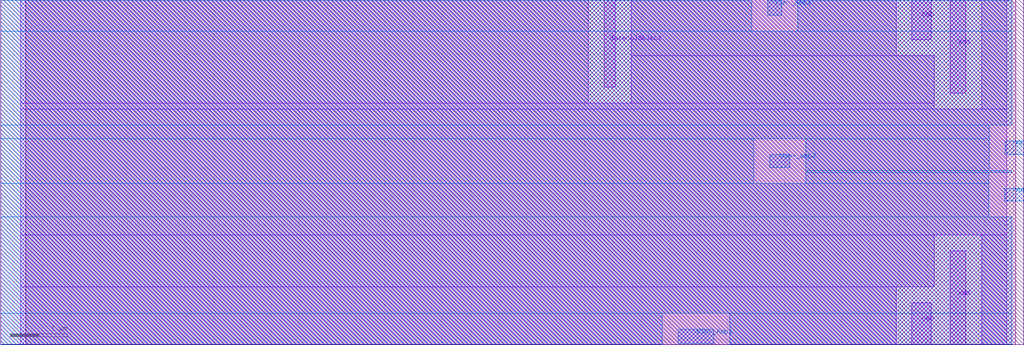
<source format=lef>
VERSION 5.7 ;
  NOWIREEXTENSIONATPIN ON ;
  DIVIDERCHAR "/" ;
  BUSBITCHARS "[]" ;
UNITS
  DATABASE MICRONS 200 ;
END UNITS

LAYER via2
  TYPE CUT ;
END via2

LAYER via
  TYPE CUT ;
END via

LAYER nwell
  TYPE MASTERSLICE ;
END nwell

LAYER via3
  TYPE CUT ;
END via3

LAYER pwell
  TYPE MASTERSLICE ;
END pwell

LAYER via4
  TYPE CUT ;
END via4

LAYER mcon
  TYPE CUT ;
END mcon

LAYER met6
  TYPE ROUTING ;
  WIDTH 0.030000 ;
  SPACING 0.040000 ;
  DIRECTION HORIZONTAL ;
END met6

LAYER met1
  TYPE ROUTING ;
  WIDTH 0.140000 ;
  SPACING 0.140000 ;
  DIRECTION HORIZONTAL ;
END met1

LAYER met3
  TYPE ROUTING ;
  WIDTH 0.300000 ;
  SPACING 0.300000 ;
  DIRECTION HORIZONTAL ;
END met3

LAYER met2
  TYPE ROUTING ;
  WIDTH 0.140000 ;
  SPACING 0.140000 ;
  DIRECTION HORIZONTAL ;
END met2

LAYER met4
  TYPE ROUTING ;
  WIDTH 0.300000 ;
  SPACING 0.300000 ;
  DIRECTION HORIZONTAL ;
END met4

LAYER met5
  TYPE ROUTING ;
  WIDTH 1.600000 ;
  SPACING 1.600000 ;
  DIRECTION HORIZONTAL ;
END met5

LAYER li1
  TYPE ROUTING ;
  WIDTH 0.170000 ;
  SPACING 0.170000 ;
  DIRECTION HORIZONTAL ;
END li1

MACRO sky130_hilas_TA2Cell_NoFG
  CLASS BLOCK ;
  FOREIGN sky130_hilas_TA2Cell_NoFG ;
  ORIGIN 14.730 -1.400 ;
  SIZE 17.920 BY 6.050 ;
  PIN GateColSelect
    PORT
      LAYER met1 ;
        RECT -4.160 5.920 -3.970 7.450 ;
    END
  END GateColSelect
  PIN Vin-_Amp1
    USE ANALOG ;
    PORT
      LAYER met2 ;
        RECT -2.860 1.420 -2.240 1.670 ;
    END
  END Vin-_Amp1
  PIN Vin+_amp2
    PORT
      LAYER met2 ;
        RECT -1.260 4.510 -0.910 4.740 ;
    END
  END Vin+_amp2
  PIN Vin-_Amp2
    PORT
      LAYER met2 ;
        RECT -1.300 7.180 -1.050 7.440 ;
    END
  END Vin-_Amp2
  PIN Vout_Amp1
    PORT
      LAYER met2 ;
        RECT 2.850 3.920 3.190 4.140 ;
    END
  END Vout_Amp1
  PIN Vout_Amp2
    PORT
      LAYER met2 ;
        RECT 2.860 4.740 3.190 4.970 ;
    END
  END Vout_Amp2
  PIN GND
    USE GROUND ;
    PORT
      LAYER met1 ;
        RECT 1.230 1.400 1.570 2.140 ;
    END
    PORT
      LAYER met1 ;
        RECT 1.230 6.750 1.570 7.450 ;
    END
  END GND
  PIN Vdd
    USE POWER ;
    PORT
      LAYER met1 ;
        RECT 1.900 1.400 2.170 3.050 ;
    END
    PORT
      LAYER met1 ;
        RECT 1.900 5.810 2.170 7.450 ;
    END
  END Vdd
  OBS
      LAYER li1 ;
        RECT -14.290 1.400 3.050 7.450 ;
      LAYER met1 ;
        RECT -14.380 5.640 -4.440 7.450 ;
        RECT -3.690 6.470 0.950 7.450 ;
        RECT -3.690 5.640 1.620 6.470 ;
        RECT -14.380 5.530 1.620 5.640 ;
        RECT 2.450 5.530 2.890 7.450 ;
        RECT -14.380 3.330 2.890 5.530 ;
        RECT -14.380 2.420 1.620 3.330 ;
        RECT -14.380 1.400 0.950 2.420 ;
        RECT 2.450 1.400 2.890 3.330 ;
      LAYER met2 ;
        RECT -14.730 6.900 -1.580 7.440 ;
        RECT -0.770 6.900 2.980 7.440 ;
        RECT -14.730 5.250 2.980 6.900 ;
        RECT -14.730 5.020 2.580 5.250 ;
        RECT -14.730 4.230 -1.540 5.020 ;
        RECT -0.630 4.460 2.580 5.020 ;
        RECT -0.630 4.420 2.980 4.460 ;
        RECT -0.630 4.230 2.570 4.420 ;
        RECT -14.730 3.640 2.570 4.230 ;
        RECT -14.730 1.950 2.980 3.640 ;
        RECT -14.730 1.410 -3.140 1.950 ;
        RECT -1.960 1.410 2.980 1.950 ;
  END
END sky130_hilas_TA2Cell_NoFG
END LIBRARY


</source>
